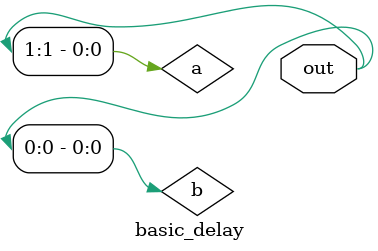
<source format=v>
module basic_delay(output reg [1:0] out);
	reg a;
	reg b;

	always
		out = #5 {a,b};
endmodule

</source>
